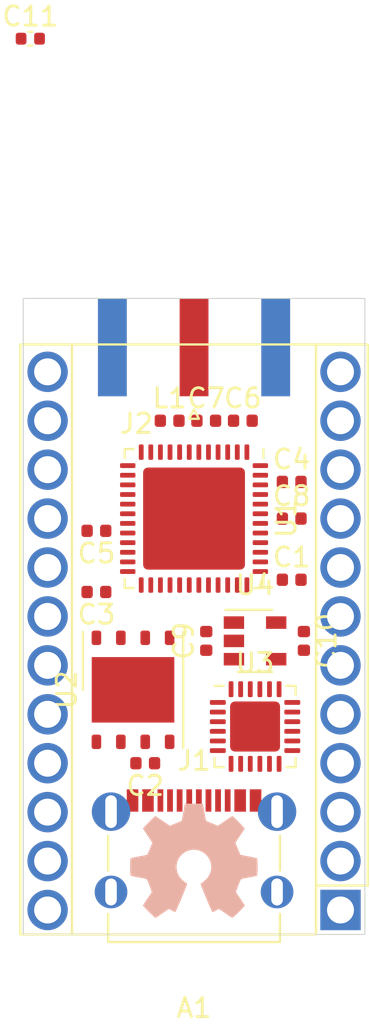
<source format=kicad_pcb>
(kicad_pcb (version 20171130) (host pcbnew 5.1.5)

  (general
    (thickness 1.6)
    (drawings 4)
    (tracks 0)
    (zones 0)
    (modules 20)
    (nets 25)
  )

  (page A4)
  (layers
    (0 F.Cu signal)
    (31 B.Cu signal)
    (32 B.Adhes user)
    (33 F.Adhes user)
    (34 B.Paste user)
    (35 F.Paste user)
    (36 B.SilkS user)
    (37 F.SilkS user)
    (38 B.Mask user)
    (39 F.Mask user)
    (40 Dwgs.User user hide)
    (41 Cmts.User user hide)
    (42 Eco1.User user)
    (43 Eco2.User user)
    (44 Edge.Cuts user)
    (45 Margin user)
    (46 B.CrtYd user)
    (47 F.CrtYd user)
    (48 B.Fab user hide)
    (49 F.Fab user hide)
  )

  (setup
    (last_trace_width 0.25)
    (trace_clearance 0.2)
    (zone_clearance 0.508)
    (zone_45_only no)
    (trace_min 0.2)
    (via_size 0.8)
    (via_drill 0.4)
    (via_min_size 0.4)
    (via_min_drill 0.3)
    (uvia_size 0.3)
    (uvia_drill 0.1)
    (uvias_allowed no)
    (uvia_min_size 0.2)
    (uvia_min_drill 0.1)
    (edge_width 0.05)
    (segment_width 0.2)
    (pcb_text_width 0.3)
    (pcb_text_size 1.5 1.5)
    (mod_edge_width 0.12)
    (mod_text_size 1 1)
    (mod_text_width 0.15)
    (pad_size 1.524 1.524)
    (pad_drill 0.762)
    (pad_to_mask_clearance 0.051)
    (solder_mask_min_width 0.25)
    (aux_axis_origin 0 0)
    (visible_elements FFFFFF7F)
    (pcbplotparams
      (layerselection 0x010fc_ffffffff)
      (usegerberextensions false)
      (usegerberattributes false)
      (usegerberadvancedattributes false)
      (creategerberjobfile false)
      (excludeedgelayer true)
      (linewidth 0.100000)
      (plotframeref false)
      (viasonmask false)
      (mode 1)
      (useauxorigin false)
      (hpglpennumber 1)
      (hpglpenspeed 20)
      (hpglpendiameter 15.000000)
      (psnegative false)
      (psa4output false)
      (plotreference true)
      (plotvalue true)
      (plotinvisibletext false)
      (padsonsilk false)
      (subtractmaskfromsilk false)
      (outputformat 1)
      (mirror false)
      (drillshape 1)
      (scaleselection 1)
      (outputdirectory ""))
  )

  (net 0 "")
  (net 1 GND)
  (net 2 +3V3)
  (net 3 VBUS)
  (net 4 /D+)
  (net 5 /D-)
  (net 6 TDI)
  (net 7 TDO)
  (net 8 TMS)
  (net 9 TCK)
  (net 10 /VDD_SDIO)
  (net 11 USB_TXD)
  (net 12 USB_RXD)
  (net 13 /DAT1)
  (net 14 /DAT0)
  (net 15 /SCLK)
  (net 16 /CMD)
  (net 17 /DAT3)
  (net 18 /DAT2)
  (net 19 RXD)
  (net 20 TXD)
  (net 21 ~RST)
  (net 22 "Net-(C6-Pad1)")
  (net 23 "Net-(C7-Pad1)")
  (net 24 "Net-(U3-Pad5)")

  (net_class Default "This is the default net class."
    (clearance 0.2)
    (trace_width 0.25)
    (via_dia 0.8)
    (via_drill 0.4)
    (uvia_dia 0.3)
    (uvia_drill 0.1)
    (add_net +3V3)
    (add_net /CMD)
    (add_net /D+)
    (add_net /D-)
    (add_net /DAT0)
    (add_net /DAT1)
    (add_net /DAT2)
    (add_net /DAT3)
    (add_net /SCLK)
    (add_net /VDD_SDIO)
    (add_net GND)
    (add_net "Net-(C6-Pad1)")
    (add_net "Net-(C7-Pad1)")
    (add_net "Net-(U3-Pad5)")
    (add_net RXD)
    (add_net TCK)
    (add_net TDI)
    (add_net TDO)
    (add_net TMS)
    (add_net TXD)
    (add_net USB_RXD)
    (add_net USB_TXD)
    (add_net VBUS)
    (add_net ~RST)
  )

  (module Package_SON:WSON-8-1EP_6x5mm_P1.27mm_EP3.4x4.3mm (layer F.Cu) (tedit 5DC5FB10) (tstamp 5F9CBB21)
    (at 125.095 105.41 90)
    (descr "WSON, 8 Pin (http://www.winbond.com/resource-files/w25q32jv%20revg%2003272018%20plus.pdf (page 68)), generated with kicad-footprint-generator ipc_noLead_generator.py")
    (tags "WSON NoLead")
    (path /5F9CABED)
    (attr smd)
    (fp_text reference U2 (at 0 -3.45 90) (layer F.SilkS)
      (effects (font (size 1 1) (thickness 0.15)))
    )
    (fp_text value W25Q32JVZP (at 0 3.45 90) (layer F.Fab)
      (effects (font (size 1 1) (thickness 0.15)))
    )
    (fp_text user %R (at 0 0 90) (layer F.Fab)
      (effects (font (size 1 1) (thickness 0.15)))
    )
    (fp_line (start 3.32 -2.75) (end -3.32 -2.75) (layer F.CrtYd) (width 0.05))
    (fp_line (start 3.32 2.75) (end 3.32 -2.75) (layer F.CrtYd) (width 0.05))
    (fp_line (start -3.32 2.75) (end 3.32 2.75) (layer F.CrtYd) (width 0.05))
    (fp_line (start -3.32 -2.75) (end -3.32 2.75) (layer F.CrtYd) (width 0.05))
    (fp_line (start -3 -1.5) (end -2 -2.5) (layer F.Fab) (width 0.1))
    (fp_line (start -3 2.5) (end -3 -1.5) (layer F.Fab) (width 0.1))
    (fp_line (start 3 2.5) (end -3 2.5) (layer F.Fab) (width 0.1))
    (fp_line (start 3 -2.5) (end 3 2.5) (layer F.Fab) (width 0.1))
    (fp_line (start -2 -2.5) (end 3 -2.5) (layer F.Fab) (width 0.1))
    (fp_line (start -3 2.61) (end 3 2.61) (layer F.SilkS) (width 0.12))
    (fp_line (start 0 -2.61) (end 3 -2.61) (layer F.SilkS) (width 0.12))
    (pad "" smd roundrect (at 0.85 1.075 90) (size 1.37 1.73) (layers F.Paste) (roundrect_rratio 0.182482))
    (pad "" smd roundrect (at 0.85 -1.075 90) (size 1.37 1.73) (layers F.Paste) (roundrect_rratio 0.182482))
    (pad "" smd roundrect (at -0.85 1.075 90) (size 1.37 1.73) (layers F.Paste) (roundrect_rratio 0.182482))
    (pad "" smd roundrect (at -0.85 -1.075 90) (size 1.37 1.73) (layers F.Paste) (roundrect_rratio 0.182482))
    (pad 9 smd rect (at 0 0 90) (size 3.4 4.3) (layers F.Cu F.Mask)
      (net 1 GND))
    (pad 8 smd roundrect (at 2.7 -1.905 90) (size 0.75 0.5) (layers F.Cu F.Paste F.Mask) (roundrect_rratio 0.25)
      (net 10 /VDD_SDIO))
    (pad 7 smd roundrect (at 2.7 -0.635 90) (size 0.75 0.5) (layers F.Cu F.Paste F.Mask) (roundrect_rratio 0.25)
      (net 17 /DAT3))
    (pad 6 smd roundrect (at 2.7 0.635 90) (size 0.75 0.5) (layers F.Cu F.Paste F.Mask) (roundrect_rratio 0.25)
      (net 15 /SCLK))
    (pad 5 smd roundrect (at 2.7 1.905 90) (size 0.75 0.5) (layers F.Cu F.Paste F.Mask) (roundrect_rratio 0.25)
      (net 14 /DAT0))
    (pad 4 smd roundrect (at -2.7 1.905 90) (size 0.75 0.5) (layers F.Cu F.Paste F.Mask) (roundrect_rratio 0.25)
      (net 1 GND))
    (pad 3 smd roundrect (at -2.7 0.635 90) (size 0.75 0.5) (layers F.Cu F.Paste F.Mask) (roundrect_rratio 0.25)
      (net 18 /DAT2))
    (pad 2 smd roundrect (at -2.7 -0.635 90) (size 0.75 0.5) (layers F.Cu F.Paste F.Mask) (roundrect_rratio 0.25)
      (net 13 /DAT1))
    (pad 1 smd roundrect (at -2.7 -1.905 90) (size 0.75 0.5) (layers F.Cu F.Paste F.Mask) (roundrect_rratio 0.25)
      (net 16 /CMD))
    (model ${KISYS3DMOD}/Package_SON.3dshapes/WSON-8-1EP_6x5mm_P1.27mm_EP3.4x4.3mm.wrl
      (at (xyz 0 0 0))
      (scale (xyz 1 1 1))
      (rotate (xyz 0 0 0))
    )
  )

  (module Capacitor_SMD:C_0402_1005Metric (layer F.Cu) (tedit 5F68FEEE) (tstamp 5F9CB9A0)
    (at 119.750001 71.605001)
    (descr "Capacitor SMD 0402 (1005 Metric), square (rectangular) end terminal, IPC_7351 nominal, (Body size source: IPC-SM-782 page 76, https://www.pcb-3d.com/wordpress/wp-content/uploads/ipc-sm-782a_amendment_1_and_2.pdf), generated with kicad-footprint-generator")
    (tags capacitor)
    (path /5FA8EEB8)
    (attr smd)
    (fp_text reference C11 (at 0 -1.16) (layer F.SilkS)
      (effects (font (size 1 1) (thickness 0.15)))
    )
    (fp_text value 100n (at 0 1.16) (layer F.Fab)
      (effects (font (size 1 1) (thickness 0.15)))
    )
    (fp_text user %R (at 0 0) (layer F.Fab)
      (effects (font (size 0.25 0.25) (thickness 0.04)))
    )
    (fp_line (start 0.91 0.46) (end -0.91 0.46) (layer F.CrtYd) (width 0.05))
    (fp_line (start 0.91 -0.46) (end 0.91 0.46) (layer F.CrtYd) (width 0.05))
    (fp_line (start -0.91 -0.46) (end 0.91 -0.46) (layer F.CrtYd) (width 0.05))
    (fp_line (start -0.91 0.46) (end -0.91 -0.46) (layer F.CrtYd) (width 0.05))
    (fp_line (start -0.107836 0.36) (end 0.107836 0.36) (layer F.SilkS) (width 0.12))
    (fp_line (start -0.107836 -0.36) (end 0.107836 -0.36) (layer F.SilkS) (width 0.12))
    (fp_line (start 0.5 0.25) (end -0.5 0.25) (layer F.Fab) (width 0.1))
    (fp_line (start 0.5 -0.25) (end 0.5 0.25) (layer F.Fab) (width 0.1))
    (fp_line (start -0.5 -0.25) (end 0.5 -0.25) (layer F.Fab) (width 0.1))
    (fp_line (start -0.5 0.25) (end -0.5 -0.25) (layer F.Fab) (width 0.1))
    (pad 2 smd roundrect (at 0.48 0) (size 0.56 0.62) (layers F.Cu F.Paste F.Mask) (roundrect_rratio 0.25)
      (net 1 GND))
    (pad 1 smd roundrect (at -0.48 0) (size 0.56 0.62) (layers F.Cu F.Paste F.Mask) (roundrect_rratio 0.25)
      (net 2 +3V3))
    (model ${KISYS3DMOD}/Capacitor_SMD.3dshapes/C_0402_1005Metric.wrl
      (at (xyz 0 0 0))
      (scale (xyz 1 1 1))
      (rotate (xyz 0 0 0))
    )
  )

  (module Package_TO_SOT_SMD:SOT-23-5 (layer F.Cu) (tedit 5A02FF57) (tstamp 5F93EBEB)
    (at 131.445 102.87)
    (descr "5-pin SOT23 package")
    (tags SOT-23-5)
    (path /5FA3B3AE)
    (attr smd)
    (fp_text reference U4 (at 0 -2.9) (layer F.SilkS)
      (effects (font (size 1 1) (thickness 0.15)))
    )
    (fp_text value AP2112K-3.3 (at 0 2.9) (layer F.Fab)
      (effects (font (size 1 1) (thickness 0.15)))
    )
    (fp_line (start 0.9 -1.55) (end 0.9 1.55) (layer F.Fab) (width 0.1))
    (fp_line (start 0.9 1.55) (end -0.9 1.55) (layer F.Fab) (width 0.1))
    (fp_line (start -0.9 -0.9) (end -0.9 1.55) (layer F.Fab) (width 0.1))
    (fp_line (start 0.9 -1.55) (end -0.25 -1.55) (layer F.Fab) (width 0.1))
    (fp_line (start -0.9 -0.9) (end -0.25 -1.55) (layer F.Fab) (width 0.1))
    (fp_line (start -1.9 1.8) (end -1.9 -1.8) (layer F.CrtYd) (width 0.05))
    (fp_line (start 1.9 1.8) (end -1.9 1.8) (layer F.CrtYd) (width 0.05))
    (fp_line (start 1.9 -1.8) (end 1.9 1.8) (layer F.CrtYd) (width 0.05))
    (fp_line (start -1.9 -1.8) (end 1.9 -1.8) (layer F.CrtYd) (width 0.05))
    (fp_line (start 0.9 -1.61) (end -1.55 -1.61) (layer F.SilkS) (width 0.12))
    (fp_line (start -0.9 1.61) (end 0.9 1.61) (layer F.SilkS) (width 0.12))
    (fp_text user %R (at 0 0 90) (layer F.Fab)
      (effects (font (size 0.5 0.5) (thickness 0.075)))
    )
    (pad 5 smd rect (at 1.1 -0.95) (size 1.06 0.65) (layers F.Cu F.Paste F.Mask)
      (net 2 +3V3))
    (pad 4 smd rect (at 1.1 0.95) (size 1.06 0.65) (layers F.Cu F.Paste F.Mask))
    (pad 3 smd rect (at -1.1 0.95) (size 1.06 0.65) (layers F.Cu F.Paste F.Mask)
      (net 3 VBUS))
    (pad 2 smd rect (at -1.1 0) (size 1.06 0.65) (layers F.Cu F.Paste F.Mask)
      (net 1 GND))
    (pad 1 smd rect (at -1.1 -0.95) (size 1.06 0.65) (layers F.Cu F.Paste F.Mask)
      (net 3 VBUS))
    (model ${KISYS3DMOD}/Package_TO_SOT_SMD.3dshapes/SOT-23-5.wrl
      (at (xyz 0 0 0))
      (scale (xyz 1 1 1))
      (rotate (xyz 0 0 0))
    )
  )

  (module Capacitor_SMD:C_0402_1005Metric (layer F.Cu) (tedit 5B301BBE) (tstamp 5F93DA86)
    (at 133.985 102.87 270)
    (descr "Capacitor SMD 0402 (1005 Metric), square (rectangular) end terminal, IPC_7351 nominal, (Body size source: http://www.tortai-tech.com/upload/download/2011102023233369053.pdf), generated with kicad-footprint-generator")
    (tags capacitor)
    (path /5FA3E053)
    (attr smd)
    (fp_text reference C10 (at 0 -1.17 90) (layer F.SilkS)
      (effects (font (size 1 1) (thickness 0.15)))
    )
    (fp_text value 100n (at 0 1.17 90) (layer F.Fab)
      (effects (font (size 1 1) (thickness 0.15)))
    )
    (fp_text user %R (at 0 0 90) (layer F.Fab)
      (effects (font (size 0.25 0.25) (thickness 0.04)))
    )
    (fp_line (start 0.93 0.47) (end -0.93 0.47) (layer F.CrtYd) (width 0.05))
    (fp_line (start 0.93 -0.47) (end 0.93 0.47) (layer F.CrtYd) (width 0.05))
    (fp_line (start -0.93 -0.47) (end 0.93 -0.47) (layer F.CrtYd) (width 0.05))
    (fp_line (start -0.93 0.47) (end -0.93 -0.47) (layer F.CrtYd) (width 0.05))
    (fp_line (start 0.5 0.25) (end -0.5 0.25) (layer F.Fab) (width 0.1))
    (fp_line (start 0.5 -0.25) (end 0.5 0.25) (layer F.Fab) (width 0.1))
    (fp_line (start -0.5 -0.25) (end 0.5 -0.25) (layer F.Fab) (width 0.1))
    (fp_line (start -0.5 0.25) (end -0.5 -0.25) (layer F.Fab) (width 0.1))
    (pad 2 smd roundrect (at 0.485 0 270) (size 0.59 0.64) (layers F.Cu F.Paste F.Mask) (roundrect_rratio 0.25)
      (net 1 GND))
    (pad 1 smd roundrect (at -0.485 0 270) (size 0.59 0.64) (layers F.Cu F.Paste F.Mask) (roundrect_rratio 0.25)
      (net 2 +3V3))
    (model ${KISYS3DMOD}/Capacitor_SMD.3dshapes/C_0402_1005Metric.wrl
      (at (xyz 0 0 0))
      (scale (xyz 1 1 1))
      (rotate (xyz 0 0 0))
    )
  )

  (module Capacitor_SMD:C_0402_1005Metric (layer F.Cu) (tedit 5B301BBE) (tstamp 5F93DA77)
    (at 128.905 102.87 90)
    (descr "Capacitor SMD 0402 (1005 Metric), square (rectangular) end terminal, IPC_7351 nominal, (Body size source: http://www.tortai-tech.com/upload/download/2011102023233369053.pdf), generated with kicad-footprint-generator")
    (tags capacitor)
    (path /5FA3E073)
    (attr smd)
    (fp_text reference C9 (at 0 -1.17 90) (layer F.SilkS)
      (effects (font (size 1 1) (thickness 0.15)))
    )
    (fp_text value 100n (at 0 1.17 90) (layer F.Fab)
      (effects (font (size 1 1) (thickness 0.15)))
    )
    (fp_text user %R (at 0 0 90) (layer F.Fab)
      (effects (font (size 0.25 0.25) (thickness 0.04)))
    )
    (fp_line (start 0.93 0.47) (end -0.93 0.47) (layer F.CrtYd) (width 0.05))
    (fp_line (start 0.93 -0.47) (end 0.93 0.47) (layer F.CrtYd) (width 0.05))
    (fp_line (start -0.93 -0.47) (end 0.93 -0.47) (layer F.CrtYd) (width 0.05))
    (fp_line (start -0.93 0.47) (end -0.93 -0.47) (layer F.CrtYd) (width 0.05))
    (fp_line (start 0.5 0.25) (end -0.5 0.25) (layer F.Fab) (width 0.1))
    (fp_line (start 0.5 -0.25) (end 0.5 0.25) (layer F.Fab) (width 0.1))
    (fp_line (start -0.5 -0.25) (end 0.5 -0.25) (layer F.Fab) (width 0.1))
    (fp_line (start -0.5 0.25) (end -0.5 -0.25) (layer F.Fab) (width 0.1))
    (pad 2 smd roundrect (at 0.485 0 90) (size 0.59 0.64) (layers F.Cu F.Paste F.Mask) (roundrect_rratio 0.25)
      (net 1 GND))
    (pad 1 smd roundrect (at -0.485 0 90) (size 0.59 0.64) (layers F.Cu F.Paste F.Mask) (roundrect_rratio 0.25)
      (net 3 VBUS))
    (model ${KISYS3DMOD}/Capacitor_SMD.3dshapes/C_0402_1005Metric.wrl
      (at (xyz 0 0 0))
      (scale (xyz 1 1 1))
      (rotate (xyz 0 0 0))
    )
  )

  (module Capacitor_SMD:C_0402_1005Metric (layer F.Cu) (tedit 5B301BBE) (tstamp 5F93C990)
    (at 133.35 96.52)
    (descr "Capacitor SMD 0402 (1005 Metric), square (rectangular) end terminal, IPC_7351 nominal, (Body size source: http://www.tortai-tech.com/upload/download/2011102023233369053.pdf), generated with kicad-footprint-generator")
    (tags capacitor)
    (path /5FA2BE7C)
    (attr smd)
    (fp_text reference C8 (at 0 -1.17) (layer F.SilkS)
      (effects (font (size 1 1) (thickness 0.15)))
    )
    (fp_text value 100n (at 0 1.17) (layer F.Fab)
      (effects (font (size 1 1) (thickness 0.15)))
    )
    (fp_text user %R (at 0 0) (layer F.Fab)
      (effects (font (size 0.25 0.25) (thickness 0.04)))
    )
    (fp_line (start 0.93 0.47) (end -0.93 0.47) (layer F.CrtYd) (width 0.05))
    (fp_line (start 0.93 -0.47) (end 0.93 0.47) (layer F.CrtYd) (width 0.05))
    (fp_line (start -0.93 -0.47) (end 0.93 -0.47) (layer F.CrtYd) (width 0.05))
    (fp_line (start -0.93 0.47) (end -0.93 -0.47) (layer F.CrtYd) (width 0.05))
    (fp_line (start 0.5 0.25) (end -0.5 0.25) (layer F.Fab) (width 0.1))
    (fp_line (start 0.5 -0.25) (end 0.5 0.25) (layer F.Fab) (width 0.1))
    (fp_line (start -0.5 -0.25) (end 0.5 -0.25) (layer F.Fab) (width 0.1))
    (fp_line (start -0.5 0.25) (end -0.5 -0.25) (layer F.Fab) (width 0.1))
    (pad 2 smd roundrect (at 0.485 0) (size 0.59 0.64) (layers F.Cu F.Paste F.Mask) (roundrect_rratio 0.25)
      (net 1 GND))
    (pad 1 smd roundrect (at -0.485 0) (size 0.59 0.64) (layers F.Cu F.Paste F.Mask) (roundrect_rratio 0.25)
      (net 2 +3V3))
    (model ${KISYS3DMOD}/Capacitor_SMD.3dshapes/C_0402_1005Metric.wrl
      (at (xyz 0 0 0))
      (scale (xyz 1 1 1))
      (rotate (xyz 0 0 0))
    )
  )

  (module Capacitor_SMD:C_0402_1005Metric (layer F.Cu) (tedit 5B301BBE) (tstamp 5F93C92D)
    (at 133.35 94.615)
    (descr "Capacitor SMD 0402 (1005 Metric), square (rectangular) end terminal, IPC_7351 nominal, (Body size source: http://www.tortai-tech.com/upload/download/2011102023233369053.pdf), generated with kicad-footprint-generator")
    (tags capacitor)
    (path /5FA2BE9C)
    (attr smd)
    (fp_text reference C4 (at 0 -1.17) (layer F.SilkS)
      (effects (font (size 1 1) (thickness 0.15)))
    )
    (fp_text value 100n (at 0 1.17) (layer F.Fab)
      (effects (font (size 1 1) (thickness 0.15)))
    )
    (fp_text user %R (at 0 0) (layer F.Fab)
      (effects (font (size 0.25 0.25) (thickness 0.04)))
    )
    (fp_line (start 0.93 0.47) (end -0.93 0.47) (layer F.CrtYd) (width 0.05))
    (fp_line (start 0.93 -0.47) (end 0.93 0.47) (layer F.CrtYd) (width 0.05))
    (fp_line (start -0.93 -0.47) (end 0.93 -0.47) (layer F.CrtYd) (width 0.05))
    (fp_line (start -0.93 0.47) (end -0.93 -0.47) (layer F.CrtYd) (width 0.05))
    (fp_line (start 0.5 0.25) (end -0.5 0.25) (layer F.Fab) (width 0.1))
    (fp_line (start 0.5 -0.25) (end 0.5 0.25) (layer F.Fab) (width 0.1))
    (fp_line (start -0.5 -0.25) (end 0.5 -0.25) (layer F.Fab) (width 0.1))
    (fp_line (start -0.5 0.25) (end -0.5 -0.25) (layer F.Fab) (width 0.1))
    (pad 2 smd roundrect (at 0.485 0) (size 0.59 0.64) (layers F.Cu F.Paste F.Mask) (roundrect_rratio 0.25)
      (net 1 GND))
    (pad 1 smd roundrect (at -0.485 0) (size 0.59 0.64) (layers F.Cu F.Paste F.Mask) (roundrect_rratio 0.25)
      (net 2 +3V3))
    (model ${KISYS3DMOD}/Capacitor_SMD.3dshapes/C_0402_1005Metric.wrl
      (at (xyz 0 0 0))
      (scale (xyz 1 1 1))
      (rotate (xyz 0 0 0))
    )
  )

  (module Inductor_SMD:L_0402_1005Metric (layer F.Cu) (tedit 5B301BBE) (tstamp 5F93ACAC)
    (at 127 91.44)
    (descr "Inductor SMD 0402 (1005 Metric), square (rectangular) end terminal, IPC_7351 nominal, (Body size source: http://www.tortai-tech.com/upload/download/2011102023233369053.pdf), generated with kicad-footprint-generator")
    (tags inductor)
    (path /5F9B04A8)
    (attr smd)
    (fp_text reference L1 (at 0 -1.17) (layer F.SilkS)
      (effects (font (size 1 1) (thickness 0.15)))
    )
    (fp_text value 7.5nH (at 0 1.17) (layer F.Fab)
      (effects (font (size 1 1) (thickness 0.15)))
    )
    (fp_text user %R (at 0 0) (layer F.Fab)
      (effects (font (size 0.25 0.25) (thickness 0.04)))
    )
    (fp_line (start 0.93 0.47) (end -0.93 0.47) (layer F.CrtYd) (width 0.05))
    (fp_line (start 0.93 -0.47) (end 0.93 0.47) (layer F.CrtYd) (width 0.05))
    (fp_line (start -0.93 -0.47) (end 0.93 -0.47) (layer F.CrtYd) (width 0.05))
    (fp_line (start -0.93 0.47) (end -0.93 -0.47) (layer F.CrtYd) (width 0.05))
    (fp_line (start 0.5 0.25) (end -0.5 0.25) (layer F.Fab) (width 0.1))
    (fp_line (start 0.5 -0.25) (end 0.5 0.25) (layer F.Fab) (width 0.1))
    (fp_line (start -0.5 -0.25) (end 0.5 -0.25) (layer F.Fab) (width 0.1))
    (fp_line (start -0.5 0.25) (end -0.5 -0.25) (layer F.Fab) (width 0.1))
    (pad 2 smd roundrect (at 0.485 0) (size 0.59 0.64) (layers F.Cu F.Paste F.Mask) (roundrect_rratio 0.25)
      (net 23 "Net-(C7-Pad1)"))
    (pad 1 smd roundrect (at -0.485 0) (size 0.59 0.64) (layers F.Cu F.Paste F.Mask) (roundrect_rratio 0.25)
      (net 1 GND))
    (model ${KISYS3DMOD}/Inductor_SMD.3dshapes/L_0402_1005Metric.wrl
      (at (xyz 0 0 0))
      (scale (xyz 1 1 1))
      (rotate (xyz 0 0 0))
    )
  )

  (module Capacitor_SMD:C_0402_1005Metric (layer F.Cu) (tedit 5B301BBE) (tstamp 5F93A3C0)
    (at 128.905 91.44)
    (descr "Capacitor SMD 0402 (1005 Metric), square (rectangular) end terminal, IPC_7351 nominal, (Body size source: http://www.tortai-tech.com/upload/download/2011102023233369053.pdf), generated with kicad-footprint-generator")
    (tags capacitor)
    (path /5F9A37D1)
    (attr smd)
    (fp_text reference C7 (at 0 -1.17) (layer F.SilkS)
      (effects (font (size 1 1) (thickness 0.15)))
    )
    (fp_text value 1.5pF (at 0 1.17) (layer F.Fab)
      (effects (font (size 1 1) (thickness 0.15)))
    )
    (fp_text user %R (at 0 0) (layer F.Fab)
      (effects (font (size 0.25 0.25) (thickness 0.04)))
    )
    (fp_line (start 0.93 0.47) (end -0.93 0.47) (layer F.CrtYd) (width 0.05))
    (fp_line (start 0.93 -0.47) (end 0.93 0.47) (layer F.CrtYd) (width 0.05))
    (fp_line (start -0.93 -0.47) (end 0.93 -0.47) (layer F.CrtYd) (width 0.05))
    (fp_line (start -0.93 0.47) (end -0.93 -0.47) (layer F.CrtYd) (width 0.05))
    (fp_line (start 0.5 0.25) (end -0.5 0.25) (layer F.Fab) (width 0.1))
    (fp_line (start 0.5 -0.25) (end 0.5 0.25) (layer F.Fab) (width 0.1))
    (fp_line (start -0.5 -0.25) (end 0.5 -0.25) (layer F.Fab) (width 0.1))
    (fp_line (start -0.5 0.25) (end -0.5 -0.25) (layer F.Fab) (width 0.1))
    (pad 2 smd roundrect (at 0.485 0) (size 0.59 0.64) (layers F.Cu F.Paste F.Mask) (roundrect_rratio 0.25)
      (net 22 "Net-(C6-Pad1)"))
    (pad 1 smd roundrect (at -0.485 0) (size 0.59 0.64) (layers F.Cu F.Paste F.Mask) (roundrect_rratio 0.25)
      (net 23 "Net-(C7-Pad1)"))
    (model ${KISYS3DMOD}/Capacitor_SMD.3dshapes/C_0402_1005Metric.wrl
      (at (xyz 0 0 0))
      (scale (xyz 1 1 1))
      (rotate (xyz 0 0 0))
    )
  )

  (module Capacitor_SMD:C_0402_1005Metric (layer F.Cu) (tedit 5B301BBE) (tstamp 5F93A3B1)
    (at 130.81 91.44)
    (descr "Capacitor SMD 0402 (1005 Metric), square (rectangular) end terminal, IPC_7351 nominal, (Body size source: http://www.tortai-tech.com/upload/download/2011102023233369053.pdf), generated with kicad-footprint-generator")
    (tags capacitor)
    (path /5F9A8B29)
    (attr smd)
    (fp_text reference C6 (at 0 -1.17) (layer F.SilkS)
      (effects (font (size 1 1) (thickness 0.15)))
    )
    (fp_text value 0.75pF (at 0 1.17) (layer F.Fab)
      (effects (font (size 1 1) (thickness 0.15)))
    )
    (fp_text user %R (at 0 0) (layer F.Fab)
      (effects (font (size 0.25 0.25) (thickness 0.04)))
    )
    (fp_line (start 0.93 0.47) (end -0.93 0.47) (layer F.CrtYd) (width 0.05))
    (fp_line (start 0.93 -0.47) (end 0.93 0.47) (layer F.CrtYd) (width 0.05))
    (fp_line (start -0.93 -0.47) (end 0.93 -0.47) (layer F.CrtYd) (width 0.05))
    (fp_line (start -0.93 0.47) (end -0.93 -0.47) (layer F.CrtYd) (width 0.05))
    (fp_line (start 0.5 0.25) (end -0.5 0.25) (layer F.Fab) (width 0.1))
    (fp_line (start 0.5 -0.25) (end 0.5 0.25) (layer F.Fab) (width 0.1))
    (fp_line (start -0.5 -0.25) (end 0.5 -0.25) (layer F.Fab) (width 0.1))
    (fp_line (start -0.5 0.25) (end -0.5 -0.25) (layer F.Fab) (width 0.1))
    (pad 2 smd roundrect (at 0.485 0) (size 0.59 0.64) (layers F.Cu F.Paste F.Mask) (roundrect_rratio 0.25)
      (net 1 GND))
    (pad 1 smd roundrect (at -0.485 0) (size 0.59 0.64) (layers F.Cu F.Paste F.Mask) (roundrect_rratio 0.25)
      (net 22 "Net-(C6-Pad1)"))
    (model ${KISYS3DMOD}/Capacitor_SMD.3dshapes/C_0402_1005Metric.wrl
      (at (xyz 0 0 0))
      (scale (xyz 1 1 1))
      (rotate (xyz 0 0 0))
    )
  )

  (module Connector_Coaxial:SMA_Amphenol_132289_EdgeMount (layer F.Cu) (tedit 5A1C1810) (tstamp 5F93434F)
    (at 128.27 87.63 90)
    (descr http://www.amphenolrf.com/132289.html)
    (tags SMA)
    (path /5F9826E4)
    (attr smd)
    (fp_text reference J2 (at -3.96 -3) (layer F.SilkS)
      (effects (font (size 1 1) (thickness 0.15)))
    )
    (fp_text value Conn_Coaxial (at 5 6 90) (layer F.Fab)
      (effects (font (size 1 1) (thickness 0.15)))
    )
    (fp_line (start -1.91 5.08) (end 4.445 5.08) (layer F.Fab) (width 0.1))
    (fp_line (start -1.91 3.81) (end -1.91 5.08) (layer F.Fab) (width 0.1))
    (fp_line (start 2.54 3.81) (end -1.91 3.81) (layer F.Fab) (width 0.1))
    (fp_line (start 2.54 -3.81) (end 2.54 3.81) (layer F.Fab) (width 0.1))
    (fp_line (start -1.91 -3.81) (end 2.54 -3.81) (layer F.Fab) (width 0.1))
    (fp_line (start -1.91 -5.08) (end -1.91 -3.81) (layer F.Fab) (width 0.1))
    (fp_line (start -1.91 -5.08) (end 4.445 -5.08) (layer F.Fab) (width 0.1))
    (fp_line (start 4.445 -3.81) (end 4.445 -5.08) (layer F.Fab) (width 0.1))
    (fp_line (start 4.445 5.08) (end 4.445 3.81) (layer F.Fab) (width 0.1))
    (fp_line (start 13.97 3.81) (end 4.445 3.81) (layer F.Fab) (width 0.1))
    (fp_line (start 13.97 -3.81) (end 13.97 3.81) (layer F.Fab) (width 0.1))
    (fp_line (start 4.445 -3.81) (end 13.97 -3.81) (layer F.Fab) (width 0.1))
    (fp_line (start -3.04 5.58) (end -3.04 -5.58) (layer B.CrtYd) (width 0.05))
    (fp_line (start 14.47 5.58) (end -3.04 5.58) (layer B.CrtYd) (width 0.05))
    (fp_line (start 14.47 -5.58) (end 14.47 5.58) (layer B.CrtYd) (width 0.05))
    (fp_line (start 14.47 -5.58) (end -3.04 -5.58) (layer B.CrtYd) (width 0.05))
    (fp_line (start -3.04 5.58) (end -3.04 -5.58) (layer F.CrtYd) (width 0.05))
    (fp_line (start 14.47 5.58) (end -3.04 5.58) (layer F.CrtYd) (width 0.05))
    (fp_line (start 14.47 -5.58) (end 14.47 5.58) (layer F.CrtYd) (width 0.05))
    (fp_line (start 14.47 -5.58) (end -3.04 -5.58) (layer F.CrtYd) (width 0.05))
    (fp_text user %R (at 4.79 0 180) (layer F.Fab)
      (effects (font (size 1 1) (thickness 0.15)))
    )
    (fp_line (start 2.54 -0.75) (end 3.54 0) (layer F.Fab) (width 0.1))
    (fp_line (start 3.54 0) (end 2.54 0.75) (layer F.Fab) (width 0.1))
    (fp_line (start -3.21 0) (end -3.71 -0.25) (layer F.SilkS) (width 0.12))
    (fp_line (start -3.71 -0.25) (end -3.71 0.25) (layer F.SilkS) (width 0.12))
    (fp_line (start -3.71 0.25) (end -3.21 0) (layer F.SilkS) (width 0.12))
    (pad 1 smd rect (at 0 0 180) (size 1.5 5.08) (layers F.Cu F.Paste F.Mask)
      (net 23 "Net-(C7-Pad1)"))
    (pad 2 smd rect (at 0 -4.25 180) (size 1.5 5.08) (layers F.Cu F.Paste F.Mask)
      (net 1 GND))
    (pad 2 smd rect (at 0 4.25 180) (size 1.5 5.08) (layers F.Cu F.Paste F.Mask)
      (net 1 GND))
    (pad 2 smd rect (at 0 -4.25 180) (size 1.5 5.08) (layers B.Cu B.Paste B.Mask)
      (net 1 GND))
    (pad 2 smd rect (at 0 4.25 180) (size 1.5 5.08) (layers B.Cu B.Paste B.Mask)
      (net 1 GND))
    (model ${KISYS3DMOD}/Connector_Coaxial.3dshapes/SMA_Amphenol_132289_EdgeMount.wrl
      (at (xyz 0 0 0))
      (scale (xyz 1 1 1))
      (rotate (xyz 0 0 0))
    )
  )

  (module Capacitor_SMD:C_0402_1005Metric (layer F.Cu) (tedit 5B301BBE) (tstamp 5F9342DA)
    (at 123.19 97.155 180)
    (descr "Capacitor SMD 0402 (1005 Metric), square (rectangular) end terminal, IPC_7351 nominal, (Body size source: http://www.tortai-tech.com/upload/download/2011102023233369053.pdf), generated with kicad-footprint-generator")
    (tags capacitor)
    (path /5F975499)
    (attr smd)
    (fp_text reference C5 (at 0 -1.17) (layer F.SilkS)
      (effects (font (size 1 1) (thickness 0.15)))
    )
    (fp_text value 100n (at 0 1.17) (layer F.Fab)
      (effects (font (size 1 1) (thickness 0.15)))
    )
    (fp_text user %R (at 0 0) (layer F.Fab)
      (effects (font (size 0.25 0.25) (thickness 0.04)))
    )
    (fp_line (start 0.93 0.47) (end -0.93 0.47) (layer F.CrtYd) (width 0.05))
    (fp_line (start 0.93 -0.47) (end 0.93 0.47) (layer F.CrtYd) (width 0.05))
    (fp_line (start -0.93 -0.47) (end 0.93 -0.47) (layer F.CrtYd) (width 0.05))
    (fp_line (start -0.93 0.47) (end -0.93 -0.47) (layer F.CrtYd) (width 0.05))
    (fp_line (start 0.5 0.25) (end -0.5 0.25) (layer F.Fab) (width 0.1))
    (fp_line (start 0.5 -0.25) (end 0.5 0.25) (layer F.Fab) (width 0.1))
    (fp_line (start -0.5 -0.25) (end 0.5 -0.25) (layer F.Fab) (width 0.1))
    (fp_line (start -0.5 0.25) (end -0.5 -0.25) (layer F.Fab) (width 0.1))
    (pad 2 smd roundrect (at 0.485 0 180) (size 0.59 0.64) (layers F.Cu F.Paste F.Mask) (roundrect_rratio 0.25)
      (net 1 GND))
    (pad 1 smd roundrect (at -0.485 0 180) (size 0.59 0.64) (layers F.Cu F.Paste F.Mask) (roundrect_rratio 0.25)
      (net 2 +3V3))
    (model ${KISYS3DMOD}/Capacitor_SMD.3dshapes/C_0402_1005Metric.wrl
      (at (xyz 0 0 0))
      (scale (xyz 1 1 1))
      (rotate (xyz 0 0 0))
    )
  )

  (module Capacitor_SMD:C_0402_1005Metric (layer F.Cu) (tedit 5B301BBE) (tstamp 5F9342AB)
    (at 123.19 100.33 180)
    (descr "Capacitor SMD 0402 (1005 Metric), square (rectangular) end terminal, IPC_7351 nominal, (Body size source: http://www.tortai-tech.com/upload/download/2011102023233369053.pdf), generated with kicad-footprint-generator")
    (tags capacitor)
    (path /5F97928D)
    (attr smd)
    (fp_text reference C3 (at 0 -1.17) (layer F.SilkS)
      (effects (font (size 1 1) (thickness 0.15)))
    )
    (fp_text value 100n (at 0 1.17) (layer F.Fab)
      (effects (font (size 1 1) (thickness 0.15)))
    )
    (fp_text user %R (at 0 0) (layer F.Fab)
      (effects (font (size 0.25 0.25) (thickness 0.04)))
    )
    (fp_line (start 0.93 0.47) (end -0.93 0.47) (layer F.CrtYd) (width 0.05))
    (fp_line (start 0.93 -0.47) (end 0.93 0.47) (layer F.CrtYd) (width 0.05))
    (fp_line (start -0.93 -0.47) (end 0.93 -0.47) (layer F.CrtYd) (width 0.05))
    (fp_line (start -0.93 0.47) (end -0.93 -0.47) (layer F.CrtYd) (width 0.05))
    (fp_line (start 0.5 0.25) (end -0.5 0.25) (layer F.Fab) (width 0.1))
    (fp_line (start 0.5 -0.25) (end 0.5 0.25) (layer F.Fab) (width 0.1))
    (fp_line (start -0.5 -0.25) (end 0.5 -0.25) (layer F.Fab) (width 0.1))
    (fp_line (start -0.5 0.25) (end -0.5 -0.25) (layer F.Fab) (width 0.1))
    (pad 2 smd roundrect (at 0.485 0 180) (size 0.59 0.64) (layers F.Cu F.Paste F.Mask) (roundrect_rratio 0.25)
      (net 1 GND))
    (pad 1 smd roundrect (at -0.485 0 180) (size 0.59 0.64) (layers F.Cu F.Paste F.Mask) (roundrect_rratio 0.25)
      (net 10 /VDD_SDIO))
    (model ${KISYS3DMOD}/Capacitor_SMD.3dshapes/C_0402_1005Metric.wrl
      (at (xyz 0 0 0))
      (scale (xyz 1 1 1))
      (rotate (xyz 0 0 0))
    )
  )

  (module Package_DFN_QFN:QFN-24-1EP_4x4mm_P0.5mm_EP2.6x2.6mm (layer F.Cu) (tedit 5C1FD453) (tstamp 5F9347F4)
    (at 131.445 107.315)
    (descr "QFN, 24 Pin (http://ww1.microchip.com/downloads/en/PackagingSpec/00000049BQ.pdf#page=278), generated with kicad-footprint-generator ipc_dfn_qfn_generator.py")
    (tags "QFN DFN_QFN")
    (path /5F8F1A53)
    (attr smd)
    (fp_text reference U3 (at 0 -3.3) (layer F.SilkS)
      (effects (font (size 1 1) (thickness 0.15)))
    )
    (fp_text value CP2104 (at 0 3.3) (layer F.Fab)
      (effects (font (size 1 1) (thickness 0.15)))
    )
    (fp_text user %R (at 0 0) (layer F.Fab)
      (effects (font (size 1 1) (thickness 0.15)))
    )
    (fp_line (start 2.6 -2.6) (end -2.6 -2.6) (layer F.CrtYd) (width 0.05))
    (fp_line (start 2.6 2.6) (end 2.6 -2.6) (layer F.CrtYd) (width 0.05))
    (fp_line (start -2.6 2.6) (end 2.6 2.6) (layer F.CrtYd) (width 0.05))
    (fp_line (start -2.6 -2.6) (end -2.6 2.6) (layer F.CrtYd) (width 0.05))
    (fp_line (start -2 -1) (end -1 -2) (layer F.Fab) (width 0.1))
    (fp_line (start -2 2) (end -2 -1) (layer F.Fab) (width 0.1))
    (fp_line (start 2 2) (end -2 2) (layer F.Fab) (width 0.1))
    (fp_line (start 2 -2) (end 2 2) (layer F.Fab) (width 0.1))
    (fp_line (start -1 -2) (end 2 -2) (layer F.Fab) (width 0.1))
    (fp_line (start -1.635 -2.11) (end -2.11 -2.11) (layer F.SilkS) (width 0.12))
    (fp_line (start 2.11 2.11) (end 2.11 1.635) (layer F.SilkS) (width 0.12))
    (fp_line (start 1.635 2.11) (end 2.11 2.11) (layer F.SilkS) (width 0.12))
    (fp_line (start -2.11 2.11) (end -2.11 1.635) (layer F.SilkS) (width 0.12))
    (fp_line (start -1.635 2.11) (end -2.11 2.11) (layer F.SilkS) (width 0.12))
    (fp_line (start 2.11 -2.11) (end 2.11 -1.635) (layer F.SilkS) (width 0.12))
    (fp_line (start 1.635 -2.11) (end 2.11 -2.11) (layer F.SilkS) (width 0.12))
    (pad 24 smd roundrect (at -1.25 -1.9375) (size 0.25 0.825) (layers F.Cu F.Paste F.Mask) (roundrect_rratio 0.25))
    (pad 23 smd roundrect (at -0.75 -1.9375) (size 0.25 0.825) (layers F.Cu F.Paste F.Mask) (roundrect_rratio 0.25))
    (pad 22 smd roundrect (at -0.25 -1.9375) (size 0.25 0.825) (layers F.Cu F.Paste F.Mask) (roundrect_rratio 0.25))
    (pad 21 smd roundrect (at 0.25 -1.9375) (size 0.25 0.825) (layers F.Cu F.Paste F.Mask) (roundrect_rratio 0.25)
      (net 12 USB_RXD))
    (pad 20 smd roundrect (at 0.75 -1.9375) (size 0.25 0.825) (layers F.Cu F.Paste F.Mask) (roundrect_rratio 0.25)
      (net 11 USB_TXD))
    (pad 19 smd roundrect (at 1.25 -1.9375) (size 0.25 0.825) (layers F.Cu F.Paste F.Mask) (roundrect_rratio 0.25))
    (pad 18 smd roundrect (at 1.9375 -1.25) (size 0.825 0.25) (layers F.Cu F.Paste F.Mask) (roundrect_rratio 0.25))
    (pad 17 smd roundrect (at 1.9375 -0.75) (size 0.825 0.25) (layers F.Cu F.Paste F.Mask) (roundrect_rratio 0.25))
    (pad 16 smd roundrect (at 1.9375 -0.25) (size 0.825 0.25) (layers F.Cu F.Paste F.Mask) (roundrect_rratio 0.25))
    (pad 15 smd roundrect (at 1.9375 0.25) (size 0.825 0.25) (layers F.Cu F.Paste F.Mask) (roundrect_rratio 0.25))
    (pad 14 smd roundrect (at 1.9375 0.75) (size 0.825 0.25) (layers F.Cu F.Paste F.Mask) (roundrect_rratio 0.25))
    (pad 13 smd roundrect (at 1.9375 1.25) (size 0.825 0.25) (layers F.Cu F.Paste F.Mask) (roundrect_rratio 0.25))
    (pad 12 smd roundrect (at 1.25 1.9375) (size 0.25 0.825) (layers F.Cu F.Paste F.Mask) (roundrect_rratio 0.25))
    (pad 11 smd roundrect (at 0.75 1.9375) (size 0.25 0.825) (layers F.Cu F.Paste F.Mask) (roundrect_rratio 0.25))
    (pad 10 smd roundrect (at 0.25 1.9375) (size 0.25 0.825) (layers F.Cu F.Paste F.Mask) (roundrect_rratio 0.25))
    (pad 9 smd roundrect (at -0.25 1.9375) (size 0.25 0.825) (layers F.Cu F.Paste F.Mask) (roundrect_rratio 0.25)
      (net 21 ~RST))
    (pad 8 smd roundrect (at -0.75 1.9375) (size 0.25 0.825) (layers F.Cu F.Paste F.Mask) (roundrect_rratio 0.25)
      (net 3 VBUS))
    (pad 7 smd roundrect (at -1.25 1.9375) (size 0.25 0.825) (layers F.Cu F.Paste F.Mask) (roundrect_rratio 0.25)
      (net 3 VBUS))
    (pad 6 smd roundrect (at -1.9375 1.25) (size 0.825 0.25) (layers F.Cu F.Paste F.Mask) (roundrect_rratio 0.25)
      (net 24 "Net-(U3-Pad5)"))
    (pad 5 smd roundrect (at -1.9375 0.75) (size 0.825 0.25) (layers F.Cu F.Paste F.Mask) (roundrect_rratio 0.25)
      (net 24 "Net-(U3-Pad5)"))
    (pad 4 smd roundrect (at -1.9375 0.25) (size 0.825 0.25) (layers F.Cu F.Paste F.Mask) (roundrect_rratio 0.25)
      (net 5 /D-))
    (pad 3 smd roundrect (at -1.9375 -0.25) (size 0.825 0.25) (layers F.Cu F.Paste F.Mask) (roundrect_rratio 0.25)
      (net 4 /D+))
    (pad 2 smd roundrect (at -1.9375 -0.75) (size 0.825 0.25) (layers F.Cu F.Paste F.Mask) (roundrect_rratio 0.25)
      (net 1 GND))
    (pad 1 smd roundrect (at -1.9375 -1.25) (size 0.825 0.25) (layers F.Cu F.Paste F.Mask) (roundrect_rratio 0.25))
    (pad "" smd roundrect (at 0.65 0.65) (size 1.05 1.05) (layers F.Paste) (roundrect_rratio 0.238095))
    (pad "" smd roundrect (at 0.65 -0.65) (size 1.05 1.05) (layers F.Paste) (roundrect_rratio 0.238095))
    (pad "" smd roundrect (at -0.65 0.65) (size 1.05 1.05) (layers F.Paste) (roundrect_rratio 0.238095))
    (pad "" smd roundrect (at -0.65 -0.65) (size 1.05 1.05) (layers F.Paste) (roundrect_rratio 0.238095))
    (pad 25 smd roundrect (at 0 0) (size 2.6 2.6) (layers F.Cu F.Mask) (roundrect_rratio 0.096154)
      (net 1 GND))
    (model ${KISYS3DMOD}/Package_DFN_QFN.3dshapes/QFN-24-1EP_4x4mm_P0.5mm_EP2.6x2.6mm.wrl
      (at (xyz 0 0 0))
      (scale (xyz 1 1 1))
      (rotate (xyz 0 0 0))
    )
  )

  (module Capacitor_SMD:C_0402_1005Metric (layer F.Cu) (tedit 5B301BBE) (tstamp 5F8E56A9)
    (at 125.73 109.22 180)
    (descr "Capacitor SMD 0402 (1005 Metric), square (rectangular) end terminal, IPC_7351 nominal, (Body size source: http://www.tortai-tech.com/upload/download/2011102023233369053.pdf), generated with kicad-footprint-generator")
    (tags capacitor)
    (path /5F8FD6CB)
    (attr smd)
    (fp_text reference C2 (at 0 -1.17) (layer F.SilkS)
      (effects (font (size 1 1) (thickness 0.15)))
    )
    (fp_text value 100n (at 0 1.17) (layer F.Fab)
      (effects (font (size 1 1) (thickness 0.15)))
    )
    (fp_text user %R (at 0 0) (layer F.Fab)
      (effects (font (size 0.25 0.25) (thickness 0.04)))
    )
    (fp_line (start 0.93 0.47) (end -0.93 0.47) (layer F.CrtYd) (width 0.05))
    (fp_line (start 0.93 -0.47) (end 0.93 0.47) (layer F.CrtYd) (width 0.05))
    (fp_line (start -0.93 -0.47) (end 0.93 -0.47) (layer F.CrtYd) (width 0.05))
    (fp_line (start -0.93 0.47) (end -0.93 -0.47) (layer F.CrtYd) (width 0.05))
    (fp_line (start 0.5 0.25) (end -0.5 0.25) (layer F.Fab) (width 0.1))
    (fp_line (start 0.5 -0.25) (end 0.5 0.25) (layer F.Fab) (width 0.1))
    (fp_line (start -0.5 -0.25) (end 0.5 -0.25) (layer F.Fab) (width 0.1))
    (fp_line (start -0.5 0.25) (end -0.5 -0.25) (layer F.Fab) (width 0.1))
    (pad 2 smd roundrect (at 0.485 0 180) (size 0.59 0.64) (layers F.Cu F.Paste F.Mask) (roundrect_rratio 0.25)
      (net 1 GND))
    (pad 1 smd roundrect (at -0.485 0 180) (size 0.59 0.64) (layers F.Cu F.Paste F.Mask) (roundrect_rratio 0.25)
      (net 3 VBUS))
    (model ${KISYS3DMOD}/Capacitor_SMD.3dshapes/C_0402_1005Metric.wrl
      (at (xyz 0 0 0))
      (scale (xyz 1 1 1))
      (rotate (xyz 0 0 0))
    )
  )

  (module Connector_USB:USB_C_Receptacle_Palconn_UTC16-G (layer F.Cu) (tedit 5CF432E0) (tstamp 5F8E4DF2)
    (at 128.27 113.665)
    (descr http://www.palpilot.com/wp-content/uploads/2017/05/UTC027-GKN-OR-Rev-A.pdf)
    (tags "USB C Type-C Receptacle USB2.0")
    (path /5F8EB3F6)
    (attr smd)
    (fp_text reference J1 (at 0 -4.58) (layer F.SilkS)
      (effects (font (size 1 1) (thickness 0.15)))
    )
    (fp_text value USB_C_Receptacle_USB2.0 (at 0 6.24) (layer F.Fab)
      (effects (font (size 1 1) (thickness 0.15)))
    )
    (fp_text user "PCB Edge" (at 0 3.43) (layer Dwgs.User)
      (effects (font (size 1 1) (thickness 0.15)))
    )
    (fp_line (start -4.47 -2.48) (end 4.47 -2.48) (layer F.Fab) (width 0.1))
    (fp_line (start 4.47 -2.48) (end 4.47 4.84) (layer F.Fab) (width 0.1))
    (fp_line (start 4.47 4.84) (end -4.47 4.84) (layer F.Fab) (width 0.1))
    (fp_line (start -4.47 -2.48) (end -4.47 4.84) (layer F.Fab) (width 0.1))
    (fp_text user %R (at 0 1.18) (layer F.Fab)
      (effects (font (size 1 1) (thickness 0.15)))
    )
    (fp_line (start -5.27 5.34) (end 5.27 5.34) (layer F.CrtYd) (width 0.05))
    (fp_line (start -5.27 -3.59) (end -5.27 5.34) (layer F.CrtYd) (width 0.05))
    (fp_line (start 5.27 -3.59) (end -5.27 -3.59) (layer F.CrtYd) (width 0.05))
    (fp_line (start 5.27 5.34) (end 5.27 -3.59) (layer F.CrtYd) (width 0.05))
    (fp_line (start -4.47 4.34) (end 4.47 4.34) (layer Dwgs.User) (width 0.1))
    (fp_line (start -4.47 -0.67) (end -4.47 1.13) (layer F.SilkS) (width 0.12))
    (fp_line (start -4.47 4.84) (end -4.47 3.38) (layer F.SilkS) (width 0.12))
    (fp_line (start 4.47 4.84) (end 4.47 3.38) (layer F.SilkS) (width 0.12))
    (fp_line (start 4.47 -0.67) (end 4.47 1.13) (layer F.SilkS) (width 0.12))
    (fp_line (start 4.47 4.84) (end -4.47 4.84) (layer F.SilkS) (width 0.12))
    (pad A12 smd rect (at 3.2 -2.51) (size 0.6 1.16) (layers F.Cu F.Paste F.Mask)
      (net 1 GND))
    (pad A9 smd rect (at 2.4 -2.51) (size 0.6 1.16) (layers F.Cu F.Paste F.Mask)
      (net 3 VBUS))
    (pad B1 smd rect (at 3.2 -2.51) (size 0.6 1.16) (layers F.Cu F.Paste F.Mask)
      (net 1 GND))
    (pad B4 smd rect (at 2.4 -2.51) (size 0.6 1.16) (layers F.Cu F.Paste F.Mask)
      (net 3 VBUS))
    (pad B12 smd rect (at -3.2 -2.51) (size 0.6 1.16) (layers F.Cu F.Paste F.Mask)
      (net 1 GND))
    (pad A1 smd rect (at -3.2 -2.51) (size 0.6 1.16) (layers F.Cu F.Paste F.Mask)
      (net 1 GND))
    (pad B9 smd rect (at -2.4 -2.51) (size 0.6 1.16) (layers F.Cu F.Paste F.Mask)
      (net 3 VBUS))
    (pad A4 smd rect (at -2.4 -2.51) (size 0.6 1.16) (layers F.Cu F.Paste F.Mask)
      (net 3 VBUS))
    (pad "" np_thru_hole circle (at -2.89 -1.45 180) (size 0.6 0.6) (drill 0.6) (layers *.Cu *.Mask))
    (pad "" np_thru_hole circle (at 2.89 -1.45 180) (size 0.6 0.6) (drill 0.6) (layers *.Cu *.Mask))
    (pad B5 smd rect (at 1.75 -2.51 180) (size 0.3 1.16) (layers F.Cu F.Paste F.Mask))
    (pad B6 smd rect (at 0.75 -2.51 180) (size 0.3 1.16) (layers F.Cu F.Paste F.Mask)
      (net 4 /D+))
    (pad A8 smd rect (at 1.25 -2.51 180) (size 0.3 1.16) (layers F.Cu F.Paste F.Mask))
    (pad A5 smd rect (at -1.25 -2.51 180) (size 0.3 1.16) (layers F.Cu F.Paste F.Mask))
    (pad B8 smd rect (at -1.75 -2.51 180) (size 0.3 1.16) (layers F.Cu F.Paste F.Mask))
    (pad A7 smd rect (at 0.25 -2.51 180) (size 0.3 1.16) (layers F.Cu F.Paste F.Mask)
      (net 5 /D-))
    (pad A6 smd rect (at -0.25 -2.51 180) (size 0.3 1.16) (layers F.Cu F.Paste F.Mask)
      (net 4 /D+))
    (pad B7 smd rect (at -0.75 -2.51 180) (size 0.3 1.16) (layers F.Cu F.Paste F.Mask)
      (net 5 /D-))
    (pad S1 thru_hole circle (at 4.32 2.24 90) (size 1.7 0.9) (drill oval 1.4 0.6) (layers *.Cu *.Mask)
      (net 1 GND))
    (pad S1 thru_hole circle (at -4.32 2.24 90) (size 1.7 0.9) (drill oval 1.4 0.6) (layers *.Cu *.Mask)
      (net 1 GND))
    (pad S1 thru_hole circle (at 4.32 -1.93 90) (size 2 0.9) (drill oval 1.7 0.6) (layers *.Cu *.Mask)
      (net 1 GND))
    (pad S1 thru_hole circle (at -4.32 -1.93 90) (size 2 0.9) (drill oval 1.7 0.6) (layers *.Cu *.Mask)
      (net 1 GND))
    (model ${KISYS3DMOD}/Connector_USB.3dshapes/USB_C_Receptacle_Palconn_UTC16-G.wrl
      (at (xyz 0 0 0))
      (scale (xyz 1 1 1))
      (rotate (xyz 0 0 0))
    )
  )

  (module Package_DFN_QFN:QFN-48-1EP_7x7mm_P0.5mm_EP5.3x5.3mm (layer F.Cu) (tedit 5C26A111) (tstamp 5F93B924)
    (at 128.27 96.52 270)
    (descr "QFN, 48 Pin (https://www.trinamic.com/fileadmin/assets/Products/ICs_Documents/TMC2041_datasheet.pdf#page=62), generated with kicad-footprint-generator ipc_dfn_qfn_generator.py")
    (tags "QFN DFN_QFN")
    (path /5F8E284F)
    (attr smd)
    (fp_text reference U1 (at 0 -4.8 90) (layer F.SilkS)
      (effects (font (size 1 1) (thickness 0.15)))
    )
    (fp_text value ESP32-PICO-D4 (at 0 4.8 90) (layer F.Fab)
      (effects (font (size 1 1) (thickness 0.15)))
    )
    (fp_text user %R (at 0 0 90) (layer F.Fab)
      (effects (font (size 1 1) (thickness 0.15)))
    )
    (fp_line (start 4.1 -4.1) (end -4.1 -4.1) (layer F.CrtYd) (width 0.05))
    (fp_line (start 4.1 4.1) (end 4.1 -4.1) (layer F.CrtYd) (width 0.05))
    (fp_line (start -4.1 4.1) (end 4.1 4.1) (layer F.CrtYd) (width 0.05))
    (fp_line (start -4.1 -4.1) (end -4.1 4.1) (layer F.CrtYd) (width 0.05))
    (fp_line (start -3.5 -2.5) (end -2.5 -3.5) (layer F.Fab) (width 0.1))
    (fp_line (start -3.5 3.5) (end -3.5 -2.5) (layer F.Fab) (width 0.1))
    (fp_line (start 3.5 3.5) (end -3.5 3.5) (layer F.Fab) (width 0.1))
    (fp_line (start 3.5 -3.5) (end 3.5 3.5) (layer F.Fab) (width 0.1))
    (fp_line (start -2.5 -3.5) (end 3.5 -3.5) (layer F.Fab) (width 0.1))
    (fp_line (start -3.135 -3.61) (end -3.61 -3.61) (layer F.SilkS) (width 0.12))
    (fp_line (start 3.61 3.61) (end 3.61 3.135) (layer F.SilkS) (width 0.12))
    (fp_line (start 3.135 3.61) (end 3.61 3.61) (layer F.SilkS) (width 0.12))
    (fp_line (start -3.61 3.61) (end -3.61 3.135) (layer F.SilkS) (width 0.12))
    (fp_line (start -3.135 3.61) (end -3.61 3.61) (layer F.SilkS) (width 0.12))
    (fp_line (start 3.61 -3.61) (end 3.61 -3.135) (layer F.SilkS) (width 0.12))
    (fp_line (start 3.135 -3.61) (end 3.61 -3.61) (layer F.SilkS) (width 0.12))
    (pad 48 smd roundrect (at -2.75 -3.45 270) (size 0.25 0.8) (layers F.Cu F.Paste F.Mask) (roundrect_rratio 0.25))
    (pad 47 smd roundrect (at -2.25 -3.45 270) (size 0.25 0.8) (layers F.Cu F.Paste F.Mask) (roundrect_rratio 0.25))
    (pad 46 smd roundrect (at -1.75 -3.45 270) (size 0.25 0.8) (layers F.Cu F.Paste F.Mask) (roundrect_rratio 0.25)
      (net 2 +3V3))
    (pad 45 smd roundrect (at -1.25 -3.45 270) (size 0.25 0.8) (layers F.Cu F.Paste F.Mask) (roundrect_rratio 0.25))
    (pad 44 smd roundrect (at -0.75 -3.45 270) (size 0.25 0.8) (layers F.Cu F.Paste F.Mask) (roundrect_rratio 0.25))
    (pad 43 smd roundrect (at -0.25 -3.45 270) (size 0.25 0.8) (layers F.Cu F.Paste F.Mask) (roundrect_rratio 0.25)
      (net 2 +3V3))
    (pad 42 smd roundrect (at 0.25 -3.45 270) (size 0.25 0.8) (layers F.Cu F.Paste F.Mask) (roundrect_rratio 0.25))
    (pad 41 smd roundrect (at 0.75 -3.45 270) (size 0.25 0.8) (layers F.Cu F.Paste F.Mask) (roundrect_rratio 0.25)
      (net 11 USB_TXD))
    (pad 40 smd roundrect (at 1.25 -3.45 270) (size 0.25 0.8) (layers F.Cu F.Paste F.Mask) (roundrect_rratio 0.25)
      (net 12 USB_RXD))
    (pad 39 smd roundrect (at 1.75 -3.45 270) (size 0.25 0.8) (layers F.Cu F.Paste F.Mask) (roundrect_rratio 0.25))
    (pad 38 smd roundrect (at 2.25 -3.45 270) (size 0.25 0.8) (layers F.Cu F.Paste F.Mask) (roundrect_rratio 0.25))
    (pad 37 smd roundrect (at 2.75 -3.45 270) (size 0.25 0.8) (layers F.Cu F.Paste F.Mask) (roundrect_rratio 0.25)
      (net 2 +3V3))
    (pad 36 smd roundrect (at 3.45 -2.75 270) (size 0.8 0.25) (layers F.Cu F.Paste F.Mask) (roundrect_rratio 0.25))
    (pad 35 smd roundrect (at 3.45 -2.25 270) (size 0.8 0.25) (layers F.Cu F.Paste F.Mask) (roundrect_rratio 0.25))
    (pad 34 smd roundrect (at 3.45 -1.75 270) (size 0.8 0.25) (layers F.Cu F.Paste F.Mask) (roundrect_rratio 0.25))
    (pad 33 smd roundrect (at 3.45 -1.25 270) (size 0.8 0.25) (layers F.Cu F.Paste F.Mask) (roundrect_rratio 0.25)
      (net 13 /DAT1))
    (pad 32 smd roundrect (at 3.45 -0.75 270) (size 0.8 0.25) (layers F.Cu F.Paste F.Mask) (roundrect_rratio 0.25)
      (net 14 /DAT0))
    (pad 31 smd roundrect (at 3.45 -0.25 270) (size 0.8 0.25) (layers F.Cu F.Paste F.Mask) (roundrect_rratio 0.25)
      (net 15 /SCLK))
    (pad 30 smd roundrect (at 3.45 0.25 270) (size 0.8 0.25) (layers F.Cu F.Paste F.Mask) (roundrect_rratio 0.25)
      (net 16 /CMD))
    (pad 29 smd roundrect (at 3.45 0.75 270) (size 0.8 0.25) (layers F.Cu F.Paste F.Mask) (roundrect_rratio 0.25)
      (net 17 /DAT3))
    (pad 28 smd roundrect (at 3.45 1.25 270) (size 0.8 0.25) (layers F.Cu F.Paste F.Mask) (roundrect_rratio 0.25)
      (net 18 /DAT2))
    (pad 27 smd roundrect (at 3.45 1.75 270) (size 0.8 0.25) (layers F.Cu F.Paste F.Mask) (roundrect_rratio 0.25)
      (net 20 TXD))
    (pad 26 smd roundrect (at 3.45 2.25 270) (size 0.8 0.25) (layers F.Cu F.Paste F.Mask) (roundrect_rratio 0.25)
      (net 10 /VDD_SDIO))
    (pad 25 smd roundrect (at 3.45 2.75 270) (size 0.8 0.25) (layers F.Cu F.Paste F.Mask) (roundrect_rratio 0.25)
      (net 19 RXD))
    (pad 24 smd roundrect (at 2.75 3.45 270) (size 0.25 0.8) (layers F.Cu F.Paste F.Mask) (roundrect_rratio 0.25))
    (pad 23 smd roundrect (at 2.25 3.45 270) (size 0.25 0.8) (layers F.Cu F.Paste F.Mask) (roundrect_rratio 0.25))
    (pad 22 smd roundrect (at 1.75 3.45 270) (size 0.25 0.8) (layers F.Cu F.Paste F.Mask) (roundrect_rratio 0.25))
    (pad 21 smd roundrect (at 1.25 3.45 270) (size 0.25 0.8) (layers F.Cu F.Paste F.Mask) (roundrect_rratio 0.25)
      (net 7 TDO))
    (pad 20 smd roundrect (at 0.75 3.45 270) (size 0.25 0.8) (layers F.Cu F.Paste F.Mask) (roundrect_rratio 0.25)
      (net 9 TCK))
    (pad 19 smd roundrect (at 0.25 3.45 270) (size 0.25 0.8) (layers F.Cu F.Paste F.Mask) (roundrect_rratio 0.25)
      (net 2 +3V3))
    (pad 18 smd roundrect (at -0.25 3.45 270) (size 0.25 0.8) (layers F.Cu F.Paste F.Mask) (roundrect_rratio 0.25)
      (net 6 TDI))
    (pad 17 smd roundrect (at -0.75 3.45 270) (size 0.25 0.8) (layers F.Cu F.Paste F.Mask) (roundrect_rratio 0.25)
      (net 8 TMS))
    (pad 16 smd roundrect (at -1.25 3.45 270) (size 0.25 0.8) (layers F.Cu F.Paste F.Mask) (roundrect_rratio 0.25))
    (pad 15 smd roundrect (at -1.75 3.45 270) (size 0.25 0.8) (layers F.Cu F.Paste F.Mask) (roundrect_rratio 0.25))
    (pad 14 smd roundrect (at -2.25 3.45 270) (size 0.25 0.8) (layers F.Cu F.Paste F.Mask) (roundrect_rratio 0.25))
    (pad 13 smd roundrect (at -2.75 3.45 270) (size 0.25 0.8) (layers F.Cu F.Paste F.Mask) (roundrect_rratio 0.25))
    (pad 12 smd roundrect (at -3.45 2.75 270) (size 0.8 0.25) (layers F.Cu F.Paste F.Mask) (roundrect_rratio 0.25))
    (pad 11 smd roundrect (at -3.45 2.25 270) (size 0.8 0.25) (layers F.Cu F.Paste F.Mask) (roundrect_rratio 0.25))
    (pad 10 smd roundrect (at -3.45 1.75 270) (size 0.8 0.25) (layers F.Cu F.Paste F.Mask) (roundrect_rratio 0.25))
    (pad 9 smd roundrect (at -3.45 1.25 270) (size 0.8 0.25) (layers F.Cu F.Paste F.Mask) (roundrect_rratio 0.25)
      (net 21 ~RST))
    (pad 8 smd roundrect (at -3.45 0.75 270) (size 0.8 0.25) (layers F.Cu F.Paste F.Mask) (roundrect_rratio 0.25))
    (pad 7 smd roundrect (at -3.45 0.25 270) (size 0.8 0.25) (layers F.Cu F.Paste F.Mask) (roundrect_rratio 0.25))
    (pad 6 smd roundrect (at -3.45 -0.25 270) (size 0.8 0.25) (layers F.Cu F.Paste F.Mask) (roundrect_rratio 0.25))
    (pad 5 smd roundrect (at -3.45 -0.75 270) (size 0.8 0.25) (layers F.Cu F.Paste F.Mask) (roundrect_rratio 0.25))
    (pad 4 smd roundrect (at -3.45 -1.25 270) (size 0.8 0.25) (layers F.Cu F.Paste F.Mask) (roundrect_rratio 0.25)
      (net 2 +3V3))
    (pad 3 smd roundrect (at -3.45 -1.75 270) (size 0.8 0.25) (layers F.Cu F.Paste F.Mask) (roundrect_rratio 0.25)
      (net 2 +3V3))
    (pad 2 smd roundrect (at -3.45 -2.25 270) (size 0.8 0.25) (layers F.Cu F.Paste F.Mask) (roundrect_rratio 0.25)
      (net 22 "Net-(C6-Pad1)"))
    (pad 1 smd roundrect (at -3.45 -2.75 270) (size 0.8 0.25) (layers F.Cu F.Paste F.Mask) (roundrect_rratio 0.25)
      (net 2 +3V3))
    (pad "" smd roundrect (at 1.98 1.98 270) (size 1.07 1.07) (layers F.Paste) (roundrect_rratio 0.233645))
    (pad "" smd roundrect (at 1.98 0.66 270) (size 1.07 1.07) (layers F.Paste) (roundrect_rratio 0.233645))
    (pad "" smd roundrect (at 1.98 -0.66 270) (size 1.07 1.07) (layers F.Paste) (roundrect_rratio 0.233645))
    (pad "" smd roundrect (at 1.98 -1.98 270) (size 1.07 1.07) (layers F.Paste) (roundrect_rratio 0.233645))
    (pad "" smd roundrect (at 0.66 1.98 270) (size 1.07 1.07) (layers F.Paste) (roundrect_rratio 0.233645))
    (pad "" smd roundrect (at 0.66 0.66 270) (size 1.07 1.07) (layers F.Paste) (roundrect_rratio 0.233645))
    (pad "" smd roundrect (at 0.66 -0.66 270) (size 1.07 1.07) (layers F.Paste) (roundrect_rratio 0.233645))
    (pad "" smd roundrect (at 0.66 -1.98 270) (size 1.07 1.07) (layers F.Paste) (roundrect_rratio 0.233645))
    (pad "" smd roundrect (at -0.66 1.98 270) (size 1.07 1.07) (layers F.Paste) (roundrect_rratio 0.233645))
    (pad "" smd roundrect (at -0.66 0.66 270) (size 1.07 1.07) (layers F.Paste) (roundrect_rratio 0.233645))
    (pad "" smd roundrect (at -0.66 -0.66 270) (size 1.07 1.07) (layers F.Paste) (roundrect_rratio 0.233645))
    (pad "" smd roundrect (at -0.66 -1.98 270) (size 1.07 1.07) (layers F.Paste) (roundrect_rratio 0.233645))
    (pad "" smd roundrect (at -1.98 1.98 270) (size 1.07 1.07) (layers F.Paste) (roundrect_rratio 0.233645))
    (pad "" smd roundrect (at -1.98 0.66 270) (size 1.07 1.07) (layers F.Paste) (roundrect_rratio 0.233645))
    (pad "" smd roundrect (at -1.98 -0.66 270) (size 1.07 1.07) (layers F.Paste) (roundrect_rratio 0.233645))
    (pad "" smd roundrect (at -1.98 -1.98 270) (size 1.07 1.07) (layers F.Paste) (roundrect_rratio 0.233645))
    (pad 49 smd roundrect (at 0 0 270) (size 5.3 5.3) (layers F.Cu F.Mask) (roundrect_rratio 0.04717)
      (net 1 GND))
    (model ${KISYS3DMOD}/Package_DFN_QFN.3dshapes/QFN-48-1EP_7x7mm_P0.5mm_EP5.3x5.3mm.wrl
      (at (xyz 0 0 0))
      (scale (xyz 1 1 1))
      (rotate (xyz 0 0 0))
    )
  )

  (module Symbol:OSHW-Symbol_6.7x6mm_SilkScreen (layer B.Cu) (tedit 0) (tstamp 5F8E45EF)
    (at 128.27 114.3 180)
    (descr "Open Source Hardware Symbol")
    (tags "Logo Symbol OSHW")
    (path /5E25FD05)
    (attr virtual)
    (fp_text reference LOGO1 (at 0 0) (layer B.SilkS) hide
      (effects (font (size 1 1) (thickness 0.15)) (justify mirror))
    )
    (fp_text value Logo_Open_Hardware_Small (at 0.75 0) (layer B.Fab) hide
      (effects (font (size 1 1) (thickness 0.15)) (justify mirror))
    )
    (fp_poly (pts (xy 0.555814 2.531069) (xy 0.639635 2.086445) (xy 0.94892 1.958947) (xy 1.258206 1.831449)
      (xy 1.629246 2.083754) (xy 1.733157 2.154004) (xy 1.827087 2.216728) (xy 1.906652 2.269062)
      (xy 1.96747 2.308143) (xy 2.005157 2.331107) (xy 2.015421 2.336058) (xy 2.03391 2.323324)
      (xy 2.07342 2.288118) (xy 2.129522 2.234938) (xy 2.197787 2.168282) (xy 2.273786 2.092646)
      (xy 2.353092 2.012528) (xy 2.431275 1.932426) (xy 2.503907 1.856836) (xy 2.566559 1.790255)
      (xy 2.614803 1.737182) (xy 2.64421 1.702113) (xy 2.651241 1.690377) (xy 2.641123 1.66874)
      (xy 2.612759 1.621338) (xy 2.569129 1.552807) (xy 2.513218 1.467785) (xy 2.448006 1.370907)
      (xy 2.410219 1.31565) (xy 2.341343 1.214752) (xy 2.28014 1.123701) (xy 2.229578 1.04703)
      (xy 2.192628 0.989272) (xy 2.172258 0.954957) (xy 2.169197 0.947746) (xy 2.176136 0.927252)
      (xy 2.195051 0.879487) (xy 2.223087 0.811168) (xy 2.257391 0.729011) (xy 2.295109 0.63973)
      (xy 2.333387 0.550042) (xy 2.36937 0.466662) (xy 2.400206 0.396306) (xy 2.423039 0.34569)
      (xy 2.435017 0.321529) (xy 2.435724 0.320578) (xy 2.454531 0.315964) (xy 2.504618 0.305672)
      (xy 2.580793 0.290713) (xy 2.677865 0.272099) (xy 2.790643 0.250841) (xy 2.856442 0.238582)
      (xy 2.97695 0.215638) (xy 3.085797 0.193805) (xy 3.177476 0.174278) (xy 3.246481 0.158252)
      (xy 3.287304 0.146921) (xy 3.295511 0.143326) (xy 3.303548 0.118994) (xy 3.310033 0.064041)
      (xy 3.31497 -0.015108) (xy 3.318364 -0.112026) (xy 3.320218 -0.220287) (xy 3.320538 -0.333465)
      (xy 3.319327 -0.445135) (xy 3.31659 -0.548868) (xy 3.312331 -0.638241) (xy 3.306555 -0.706826)
      (xy 3.299267 -0.748197) (xy 3.294895 -0.75681) (xy 3.268764 -0.767133) (xy 3.213393 -0.781892)
      (xy 3.136107 -0.799352) (xy 3.04423 -0.81778) (xy 3.012158 -0.823741) (xy 2.857524 -0.852066)
      (xy 2.735375 -0.874876) (xy 2.641673 -0.89308) (xy 2.572384 -0.907583) (xy 2.523471 -0.919292)
      (xy 2.490897 -0.929115) (xy 2.470628 -0.937956) (xy 2.458626 -0.946724) (xy 2.456947 -0.948457)
      (xy 2.440184 -0.976371) (xy 2.414614 -1.030695) (xy 2.382788 -1.104777) (xy 2.34726 -1.191965)
      (xy 2.310583 -1.285608) (xy 2.275311 -1.379052) (xy 2.243996 -1.465647) (xy 2.219193 -1.53874)
      (xy 2.203454 -1.591678) (xy 2.199332 -1.617811) (xy 2.199676 -1.618726) (xy 2.213641 -1.640086)
      (xy 2.245322 -1.687084) (xy 2.291391 -1.754827) (xy 2.348518 -1.838423) (xy 2.413373 -1.932982)
      (xy 2.431843 -1.959854) (xy 2.497699 -2.057275) (xy 2.55565 -2.146163) (xy 2.602538 -2.221412)
      (xy 2.635207 -2.27792) (xy 2.6505 -2.310581) (xy 2.651241 -2.314593) (xy 2.638392 -2.335684)
      (xy 2.602888 -2.377464) (xy 2.549293 -2.435445) (xy 2.482171 -2.505135) (xy 2.406087 -2.582045)
      (xy 2.325604 -2.661683) (xy 2.245287 -2.739561) (xy 2.169699 -2.811186) (xy 2.103405 -2.87207)
      (xy 2.050969 -2.917721) (xy 2.016955 -2.94365) (xy 2.007545 -2.947883) (xy 1.985643 -2.937912)
      (xy 1.9408 -2.91102) (xy 1.880321 -2.871736) (xy 1.833789 -2.840117) (xy 1.749475 -2.782098)
      (xy 1.649626 -2.713784) (xy 1.549473 -2.645579) (xy 1.495627 -2.609075) (xy 1.313371 -2.4858)
      (xy 1.160381 -2.56852) (xy 1.090682 -2.604759) (xy 1.031414 -2.632926) (xy 0.991311 -2.648991)
      (xy 0.981103 -2.651226) (xy 0.968829 -2.634722) (xy 0.944613 -2.588082) (xy 0.910263 -2.515609)
      (xy 0.867588 -2.421606) (xy 0.818394 -2.310374) (xy 0.76449 -2.186215) (xy 0.707684 -2.053432)
      (xy 0.649782 -1.916327) (xy 0.592593 -1.779202) (xy 0.537924 -1.646358) (xy 0.487584 -1.522098)
      (xy 0.44338 -1.410725) (xy 0.407119 -1.316539) (xy 0.380609 -1.243844) (xy 0.365658 -1.196941)
      (xy 0.363254 -1.180833) (xy 0.382311 -1.160286) (xy 0.424036 -1.126933) (xy 0.479706 -1.087702)
      (xy 0.484378 -1.084599) (xy 0.628264 -0.969423) (xy 0.744283 -0.835053) (xy 0.83143 -0.685784)
      (xy 0.888699 -0.525913) (xy 0.915086 -0.359737) (xy 0.909585 -0.191552) (xy 0.87119 -0.025655)
      (xy 0.798895 0.133658) (xy 0.777626 0.168513) (xy 0.666996 0.309263) (xy 0.536302 0.422286)
      (xy 0.390064 0.506997) (xy 0.232808 0.562806) (xy 0.069057 0.589126) (xy -0.096667 0.58537)
      (xy -0.259838 0.55095) (xy -0.415935 0.485277) (xy -0.560433 0.387765) (xy -0.605131 0.348187)
      (xy -0.718888 0.224297) (xy -0.801782 0.093876) (xy -0.858644 -0.052315) (xy -0.890313 -0.197088)
      (xy -0.898131 -0.35986) (xy -0.872062 -0.52344) (xy -0.814755 -0.682298) (xy -0.728856 -0.830906)
      (xy -0.617014 -0.963735) (xy -0.481877 -1.075256) (xy -0.464117 -1.087011) (xy -0.40785 -1.125508)
      (xy -0.365077 -1.158863) (xy -0.344628 -1.18016) (xy -0.344331 -1.180833) (xy -0.348721 -1.203871)
      (xy -0.366124 -1.256157) (xy -0.394732 -1.33339) (xy -0.432735 -1.431268) (xy -0.478326 -1.545491)
      (xy -0.529697 -1.671758) (xy -0.585038 -1.805767) (xy -0.642542 -1.943218) (xy -0.700399 -2.079808)
      (xy -0.756802 -2.211237) (xy -0.809942 -2.333205) (xy -0.85801 -2.441409) (xy -0.899199 -2.531549)
      (xy -0.931699 -2.599323) (xy -0.953703 -2.64043) (xy -0.962564 -2.651226) (xy -0.98964 -2.642819)
      (xy -1.040303 -2.620272) (xy -1.105817 -2.587613) (xy -1.141841 -2.56852) (xy -1.294832 -2.4858)
      (xy -1.477088 -2.609075) (xy -1.570125 -2.672228) (xy -1.671985 -2.741727) (xy -1.767438 -2.807165)
      (xy -1.81525 -2.840117) (xy -1.882495 -2.885273) (xy -1.939436 -2.921057) (xy -1.978646 -2.942938)
      (xy -1.991381 -2.947563) (xy -2.009917 -2.935085) (xy -2.050941 -2.900252) (xy -2.110475 -2.846678)
      (xy -2.184542 -2.777983) (xy -2.269165 -2.697781) (xy -2.322685 -2.646286) (xy -2.416319 -2.554286)
      (xy -2.497241 -2.471999) (xy -2.562177 -2.402945) (xy -2.607858 -2.350644) (xy -2.631011 -2.318616)
      (xy -2.633232 -2.312116) (xy -2.622924 -2.287394) (xy -2.594439 -2.237405) (xy -2.550937 -2.167212)
      (xy -2.495577 -2.081875) (xy -2.43152 -1.986456) (xy -2.413303 -1.959854) (xy -2.346927 -1.863167)
      (xy -2.287378 -1.776117) (xy -2.237984 -1.703595) (xy -2.202075 -1.650493) (xy -2.182981 -1.621703)
      (xy -2.181136 -1.618726) (xy -2.183895 -1.595782) (xy -2.198538 -1.545336) (xy -2.222513 -1.474041)
      (xy -2.253266 -1.388547) (xy -2.288244 -1.295507) (xy -2.324893 -1.201574) (xy -2.360661 -1.113399)
      (xy -2.392994 -1.037634) (xy -2.419338 -0.980931) (xy -2.437142 -0.949943) (xy -2.438407 -0.948457)
      (xy -2.449294 -0.939601) (xy -2.467682 -0.930843) (xy -2.497606 -0.921277) (xy -2.543103 -0.909996)
      (xy -2.608209 -0.896093) (xy -2.696961 -0.878663) (xy -2.813393 -0.856798) (xy -2.961542 -0.829591)
      (xy -2.993618 -0.823741) (xy -3.088686 -0.805374) (xy -3.171565 -0.787405) (xy -3.23493 -0.771569)
      (xy -3.271458 -0.7596) (xy -3.276356 -0.75681) (xy -3.284427 -0.732072) (xy -3.290987 -0.67679)
      (xy -3.296033 -0.597389) (xy -3.299559 -0.500296) (xy -3.301561 -0.391938) (xy -3.302036 -0.27874)
      (xy -3.300977 -0.167128) (xy -3.298382 -0.063529) (xy -3.294246 0.025632) (xy -3.288563 0.093928)
      (xy -3.281331 0.134934) (xy -3.276971 0.143326) (xy -3.252698 0.151792) (xy -3.197426 0.165565)
      (xy -3.116662 0.18345) (xy -3.015912 0.204252) (xy -2.900683 0.226777) (xy -2.837902 0.238582)
      (xy -2.718787 0.260849) (xy -2.612565 0.281021) (xy -2.524427 0.298085) (xy -2.459566 0.311031)
      (xy -2.423174 0.318845) (xy -2.417184 0.320578) (xy -2.407061 0.34011) (xy -2.385662 0.387157)
      (xy -2.355839 0.454997) (xy -2.320445 0.536909) (xy -2.282332 0.626172) (xy -2.244353 0.716065)
      (xy -2.20936 0.799865) (xy -2.180206 0.870853) (xy -2.159743 0.922306) (xy -2.150823 0.947503)
      (xy -2.150657 0.948604) (xy -2.160769 0.968481) (xy -2.189117 1.014223) (xy -2.232723 1.081283)
      (xy -2.288606 1.165116) (xy -2.353787 1.261174) (xy -2.391679 1.31635) (xy -2.460725 1.417519)
      (xy -2.52205 1.50937) (xy -2.572663 1.587256) (xy -2.609571 1.646531) (xy -2.629782 1.682549)
      (xy -2.632701 1.690623) (xy -2.620153 1.709416) (xy -2.585463 1.749543) (xy -2.533063 1.806507)
      (xy -2.467384 1.875815) (xy -2.392856 1.952969) (xy -2.313913 2.033475) (xy -2.234983 2.112837)
      (xy -2.1605 2.18656) (xy -2.094894 2.250148) (xy -2.042596 2.299106) (xy -2.008039 2.328939)
      (xy -1.996478 2.336058) (xy -1.977654 2.326047) (xy -1.932631 2.297922) (xy -1.865787 2.254546)
      (xy -1.781499 2.198782) (xy -1.684144 2.133494) (xy -1.610707 2.083754) (xy -1.239667 1.831449)
      (xy -0.621095 2.086445) (xy -0.537275 2.531069) (xy -0.453454 2.975693) (xy 0.471994 2.975693)
      (xy 0.555814 2.531069)) (layer B.SilkS) (width 0.01))
  )

  (module Capacitor_SMD:C_0402_1005Metric (layer F.Cu) (tedit 5B301BBE) (tstamp 5F8E45D9)
    (at 133.35 99.695)
    (descr "Capacitor SMD 0402 (1005 Metric), square (rectangular) end terminal, IPC_7351 nominal, (Body size source: http://www.tortai-tech.com/upload/download/2011102023233369053.pdf), generated with kicad-footprint-generator")
    (tags capacitor)
    (path /5E12F3AD)
    (attr smd)
    (fp_text reference C1 (at 0 -1.17) (layer F.SilkS)
      (effects (font (size 1 1) (thickness 0.15)))
    )
    (fp_text value 100n (at 0 1.17) (layer F.Fab)
      (effects (font (size 1 1) (thickness 0.15)))
    )
    (fp_text user %R (at 0 0) (layer F.Fab)
      (effects (font (size 0.25 0.25) (thickness 0.04)))
    )
    (fp_line (start 0.93 0.47) (end -0.93 0.47) (layer F.CrtYd) (width 0.05))
    (fp_line (start 0.93 -0.47) (end 0.93 0.47) (layer F.CrtYd) (width 0.05))
    (fp_line (start -0.93 -0.47) (end 0.93 -0.47) (layer F.CrtYd) (width 0.05))
    (fp_line (start -0.93 0.47) (end -0.93 -0.47) (layer F.CrtYd) (width 0.05))
    (fp_line (start 0.5 0.25) (end -0.5 0.25) (layer F.Fab) (width 0.1))
    (fp_line (start 0.5 -0.25) (end 0.5 0.25) (layer F.Fab) (width 0.1))
    (fp_line (start -0.5 -0.25) (end 0.5 -0.25) (layer F.Fab) (width 0.1))
    (fp_line (start -0.5 0.25) (end -0.5 -0.25) (layer F.Fab) (width 0.1))
    (pad 2 smd roundrect (at 0.485 0) (size 0.59 0.64) (layers F.Cu F.Paste F.Mask) (roundrect_rratio 0.25)
      (net 1 GND))
    (pad 1 smd roundrect (at -0.485 0) (size 0.59 0.64) (layers F.Cu F.Paste F.Mask) (roundrect_rratio 0.25)
      (net 2 +3V3))
    (model ${KISYS3DMOD}/Capacitor_SMD.3dshapes/C_0402_1005Metric.wrl
      (at (xyz 0 0 0))
      (scale (xyz 1 1 1))
      (rotate (xyz 0 0 0))
    )
  )

  (module Module:Sparkfun_Pro_Micro (layer F.Cu) (tedit 5F7609C8) (tstamp 5F8E45CA)
    (at 135.89 116.84 180)
    (descr "Sparkfun Pro Micro, https://cdn.sparkfun.com/datasheets/Dev/Arduino/Boards/Pro_Micro_v13b.pdf")
    (tags "Sparkfun Pro Micro")
    (path /5F84D072)
    (fp_text reference A1 (at 7.62 -5.08) (layer F.SilkS)
      (effects (font (size 1 1) (thickness 0.15)))
    )
    (fp_text value Sparkfun_Pro_Micro (at 8.89 13.97 90) (layer F.Fab)
      (effects (font (size 1 1) (thickness 0.15)))
    )
    (fp_line (start 16.76 29.46) (end -1.52 29.46) (layer F.CrtYd) (width 0.05))
    (fp_line (start 16.76 29.46) (end 16.76 -4.06) (layer F.CrtYd) (width 0.05))
    (fp_line (start -1.52 -4.06) (end -1.52 29.46) (layer F.CrtYd) (width 0.05))
    (fp_line (start -1.52 -4.06) (end 16.76 -4.06) (layer F.CrtYd) (width 0.05))
    (fp_line (start 16.51 -3.81) (end 16.51 29.21) (layer F.Fab) (width 0.1))
    (fp_line (start -0.381 -3.81) (end 16.51 -3.81) (layer F.Fab) (width 0.1))
    (fp_line (start -0.381 -3.81) (end -1.27 -2.921) (layer F.Fab) (width 0.1))
    (fp_line (start -1.27 29.21) (end -1.27 -2.921) (layer F.Fab) (width 0.1))
    (fp_line (start 16.51 29.21) (end -1.27 29.21) (layer F.Fab) (width 0.1))
    (fp_line (start 16.66 -1.27) (end 1.27 -1.27) (layer F.SilkS) (width 0.12))
    (fp_line (start 16.66 29.36) (end 16.66 -1.27) (layer F.SilkS) (width 0.12))
    (fp_line (start -1.42 29.36) (end 16.66 29.36) (layer F.SilkS) (width 0.12))
    (fp_line (start 1.27 -1.27) (end 1.27 29.36) (layer F.SilkS) (width 0.12))
    (fp_line (start 1.27 1.27) (end -1.42 1.27) (layer F.SilkS) (width 0.12))
    (fp_line (start 13.97 -1.27) (end 13.97 29.36) (layer F.SilkS) (width 0.12))
    (fp_line (start -1.42 1.27) (end -1.42 29.36) (layer F.SilkS) (width 0.12))
    (fp_text user %R (at 6.096 13.97 90) (layer F.Fab)
      (effects (font (size 1 1) (thickness 0.15)))
    )
    (pad 1 thru_hole rect (at 0 0 180) (size 2.1 2.1) (drill 1.4) (layers *.Cu *.Mask)
      (net 19 RXD))
    (pad 2 thru_hole circle (at 0 2.54 180) (size 2.1 2.1) (drill 1.4) (layers *.Cu *.Mask)
      (net 20 TXD))
    (pad 3 thru_hole circle (at 0 5.08 180) (size 2.1 2.1) (drill 1.4) (layers *.Cu *.Mask)
      (net 1 GND))
    (pad 13 thru_hole circle (at 15.24 27.94 180) (size 2.1 2.1) (drill 1.4) (layers *.Cu *.Mask))
    (pad 4 thru_hole circle (at 0 7.62 180) (size 2.1 2.1) (drill 1.4) (layers *.Cu *.Mask)
      (net 1 GND))
    (pad 14 thru_hole circle (at 15.24 25.4 180) (size 2.1 2.1) (drill 1.4) (layers *.Cu *.Mask))
    (pad 5 thru_hole circle (at 0 10.16 180) (size 2.1 2.1) (drill 1.4) (layers *.Cu *.Mask))
    (pad 15 thru_hole circle (at 15.24 22.86 180) (size 2.1 2.1) (drill 1.4) (layers *.Cu *.Mask))
    (pad 6 thru_hole circle (at 0 12.7 180) (size 2.1 2.1) (drill 1.4) (layers *.Cu *.Mask))
    (pad 16 thru_hole circle (at 15.24 20.32 180) (size 2.1 2.1) (drill 1.4) (layers *.Cu *.Mask))
    (pad 7 thru_hole circle (at 0 15.24 180) (size 2.1 2.1) (drill 1.4) (layers *.Cu *.Mask))
    (pad 17 thru_hole circle (at 15.24 17.78 180) (size 2.1 2.1) (drill 1.4) (layers *.Cu *.Mask)
      (net 6 TDI))
    (pad 8 thru_hole circle (at 0 17.78 180) (size 2.1 2.1) (drill 1.4) (layers *.Cu *.Mask))
    (pad 18 thru_hole circle (at 15.24 15.24 180) (size 2.1 2.1) (drill 1.4) (layers *.Cu *.Mask)
      (net 7 TDO))
    (pad 9 thru_hole circle (at 0 20.32 180) (size 2.1 2.1) (drill 1.4) (layers *.Cu *.Mask))
    (pad 19 thru_hole circle (at 15.24 12.7 180) (size 2.1 2.1) (drill 1.4) (layers *.Cu *.Mask)
      (net 8 TMS))
    (pad 10 thru_hole circle (at 0 22.86 180) (size 2.1 2.1) (drill 1.4) (layers *.Cu *.Mask))
    (pad 20 thru_hole circle (at 15.24 10.16 180) (size 2.1 2.1) (drill 1.4) (layers *.Cu *.Mask)
      (net 9 TCK))
    (pad 11 thru_hole circle (at 0 25.4 180) (size 2.1 2.1) (drill 1.4) (layers *.Cu *.Mask))
    (pad 21 thru_hole circle (at 15.24 7.62 180) (size 2.1 2.1) (drill 1.4) (layers *.Cu *.Mask)
      (net 2 +3V3))
    (pad 12 thru_hole circle (at 0 27.94 180) (size 2.1 2.1) (drill 1.4) (layers *.Cu *.Mask))
    (pad 22 thru_hole circle (at 15.24 5.08 180) (size 2.1 2.1) (drill 1.4) (layers *.Cu *.Mask)
      (net 21 ~RST))
    (pad 23 thru_hole circle (at 15.24 2.54 180) (size 2.1 2.1) (drill 1.4) (layers *.Cu *.Mask)
      (net 1 GND))
    (pad 24 thru_hole circle (at 15.24 0 180) (size 2.1 2.1) (drill 1.4) (layers *.Cu *.Mask))
    (model ${KISYS3DMOD}/Module.3dshapes/Sparkfun_Pro_Micro.wrl
      (at (xyz 0 0 0))
      (scale (xyz 1 1 1))
      (rotate (xyz 0 0 0))
    )
  )

  (gr_line (start 119.38 118.11) (end 119.38 85.09) (layer Edge.Cuts) (width 0.05) (tstamp 5F8E4FED))
  (gr_line (start 137.16 118.11) (end 119.38 118.11) (layer Edge.Cuts) (width 0.05))
  (gr_line (start 137.16 85.09) (end 137.16 118.11) (layer Edge.Cuts) (width 0.05))
  (gr_line (start 119.38 85.09) (end 137.16 85.09) (layer Edge.Cuts) (width 0.05))

)

</source>
